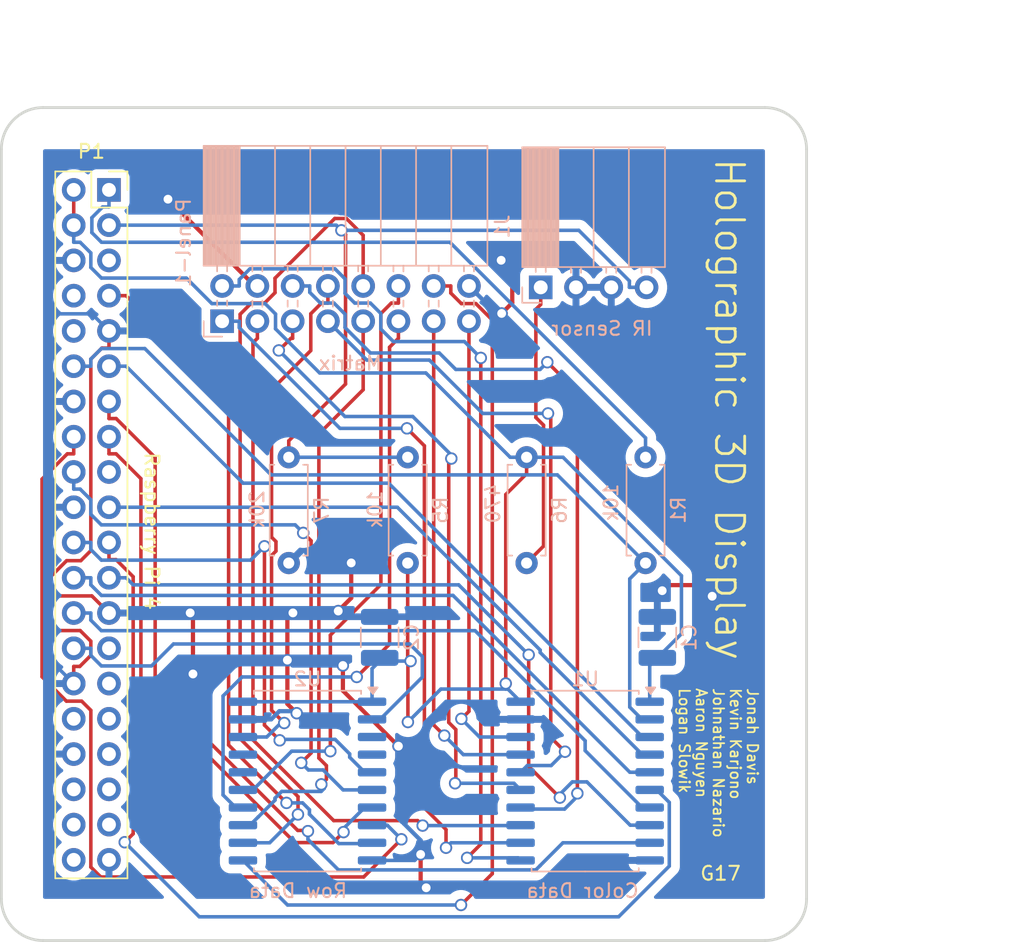
<source format=kicad_pcb>
(kicad_pcb (version 20241229) (generator "pcbnew") (generator_version "9.0")
  (layers (0 "F.Cu" signal) (2 "B.Cu" signal) (13 "F.Paste" user) (15 "B.Paste" user) (5 "F.SilkS" user "F.Silkscreen") (7 "B.SilkS" user "B.Silkscreen") (1 "F.Mask" user) (3 "B.Mask" user) (25 "Edge.Cuts" user))
  (net 0 "")
  (net 1 "VCC")
  (net 2 "GND")
  (net 3 "strobe")
  (net 4 "p0_r1")
  (net 5 "p0_g1")
  (net 6 "OE")
  (net 7 "p0_b1")
  (net 8 "p0_r2")
  (net 9 "p0_g2")
  (net 10 "row_D")
  (net 11 "row_C")
  (net 12 "p0_b2")
  (net 13 "clock")
  (net 14 "row_B")
  (net 15 "row_A")
  (net 16 "p1_g1")
  (net 17 "p1_b1")
  (net 18 "p1_r1")
  (net 19 "p1_g2")
  (net 20 "p1_r2")
  (net 21 "p1_b2")
  (net 22 "p0_r1_buff")
  (net 23 "p0_g1_buff")
  (net 24 "p0_b1_buff")
  (net 25 "p0_r2_buff")
  (net 26 "p0_g2_buff")
  (net 27 "p0_b2_buff")
  (net 28 "row_A_buff")
  (net 29 "row_B_buff")
  (net 30 "row_C_buff")
  (net 31 "row_D_buff")
  (net 32 "clock_buff_0")
  (net 33 "strobe_buff_0")
  (net 34 "OE_buff_0")
  (net 35 "spin_sync")
  (net 36 "Net-(J1-Pin_1)")
  (net 37 "UART_RX")
  (net 38 "/3v3")
  (net 39 "UART_TX")
  (net 40 "row_E_buff")
  (net 44 "row_E")
  (net 46 "Net-(P1-Pin_1)")
  (footprint "Connector_PinSocket_2.54mm:PinSocket_2x20_P2.54mm_Vertical" (layer "F.Cu") (at 129.75 65.93)
    (property "Reference" "P1")
    (property "Value" "CONN_02X20")
  )
  (footprint "Resistor_THT:R_Axial_DIN0207_L6.3mm_D2.5mm_P7.62mm_Horizontal" (layer "B.Cu") (at 159.8333 92.81 90)
    (property "Reference" "R6")
    (property "Value" "470")
  )
  (footprint "Package_SO:SOIC-20W_7.5x12.8mm_P1.27mm" (layer "B.Cu") (at 164.05 108.515 180)
    (property "Reference" "U1")
    (property "Value" "74HCT245")
  )
  (footprint "Package_SO:SOIC-20W_7.5x12.8mm_P1.27mm" (layer "B.Cu") (at 144.05 108.515 180)
    (property "Reference" "U2")
    (property "Value" "74HCT245")
  )
  (footprint "Resistor_THT:R_Axial_DIN0207_L6.3mm_D2.5mm_P7.62mm_Horizontal" (layer "B.Cu") (at 142.7 92.81 90)
    (property "Reference" "R7")
    (property "Value" "20k")
  )
  (footprint "Capacitor_SMD:C_1210_3225Metric" (layer "B.Cu") (at 169.25 98.165 90)
    (property "Reference" "C1")
    (property "Value" "100n")
  )
  (footprint "Connector_PinSocket_2.54mm:PinSocket_2x08_P2.54mm_Horizontal" (layer "B.Cu") (at 137.9 75.39 -90)
    (property "Reference" "Panel-1")
    (property "Value" "CONN_02X08")
  )
  (footprint "Resistor_THT:R_Axial_DIN0207_L6.3mm_D2.5mm_P7.62mm_Horizontal" (layer "B.Cu") (at 168.4 92.81 90)
    (property "Reference" "R1")
    (property "Value" "10k")
  )
  (footprint "Connector_PinSocket_2.54mm:PinSocket_1x04_P2.54mm_Horizontal" (layer "B.Cu") (at 160.85 72.95 -90)
    (property "Reference" "J1")
    (property "Value" "IR_Sensor_Socket")
  )
  (footprint "Capacitor_SMD:C_1210_3225Metric" (layer "B.Cu") (at 149.25 98.165 90)
    (property "Reference" "C2")
    (property "Value" "100n")
  )
  (footprint "Resistor_THT:R_Axial_DIN0207_L6.3mm_D2.5mm_P7.62mm_Horizontal" (layer "B.Cu") (at 151.2667 92.81 90)
    (property "Reference" "R5")
    (property "Value" "10k")
  )
  (gr_arc (start 180 117) (mid 179.12132 119.12132) (end 177 120) (stroke (width 0.2)) (layer "Edge.Cuts"))
  (gr_arc (start 122 63) (mid 122.87868 60.87868) (end 125 60) (stroke (width 0.2)) (layer "Edge.Cuts"))
  (gr_line (start 180 117) (end 180 63) (stroke (width 0.2)) (layer "Edge.Cuts"))
  (gr_arc (start 125 120) (mid 122.87868 119.12132) (end 122 117) (stroke (width 0.2)) (layer "Edge.Cuts"))
  (gr_line (start 177 60) (end 125 60) (stroke (width 0.2)) (layer "Edge.Cuts"))
  (gr_arc (start 177 60) (mid 179.12132 60.87868) (end 180 63) (stroke (width 0.2)) (layer "Edge.Cuts"))
  (gr_line (start 125 120) (end 177 120) (stroke (width 0.2)) (layer "Edge.Cuts"))
  (gr_line (start 122 63) (end 122 117) (stroke (width 0.2)) (layer "Edge.Cuts"))
  (gr_text "Jonah Davis\nKevin Karjono\nJohnathan Nazario\nAaron Nguyen\nLogan Slowik" (at 170.75 101.75 270) (layer "F.SilkS") (effects (font (size 0.762 0.762) (thickness 0.127) (bold yes)) (justify left bottom)))
  (gr_text "Raspberry Pi 4" (at 132.25 84.75 270) (layer "F.SilkS") (effects (font (size 1 1)) (justify left bottom)))
  (gr_text "Holographic 3D Display" (at 173.25 63.5 270) (layer "F.SilkS") (effects (font (size 2.032 2.032) (thickness 0.2032)) (justify left bottom)))
  (gr_text "G17" (at 172.25 115.75 0) (layer "F.SilkS") (effects (font (size 1 1)) (justify left bottom)))
  (gr_text "Color Data" (at 168 117 0) (layer "B.SilkS") (effects (font (size 1 1)) (justify left bottom mirror)))
  (gr_text "20k" (at 141 87.5 90) (layer "B.SilkS") (effects (font (size 1 1)) (justify left bottom mirror)))
  (gr_text "IR Sensor" (at 169 76.5 0) (layer "B.SilkS") (effects (font (size 1 1)) (justify left bottom mirror)))
  (gr_text "10k" (at 166.5 87 90) (layer "B.SilkS") (effects (font (size 1 1)) (justify left bottom mirror)))
  (gr_text "10k" (at 149.5 87.5 90) (layer "B.SilkS") (effects (font (size 1 1)) (justify left bottom mirror)))
  (gr_text "Matrix" (at 149.5 79 0) (layer "B.SilkS") (effects (font (size 1 1)) (justify left bottom mirror)))
  (gr_text "470" (at 158 87 90) (layer "B.SilkS") (effects (font (size 1 1)) (justify left bottom mirror)))
  (gr_text "Row Data" (at 147 117 0) (layer "B.SilkS") (effects (font (size 1 1)) (justify left bottom mirror)))
  (segment (start 159.8333 85.19) (end 159.8333 86.3727) (width 0.254) (layer "F.Cu") (net 1))
  (segment (start 159.8333 86.3727) (end 158.3303 87.8757) (width 0.254) (layer "F.Cu") (net 1))
  (segment (start 151.4736 99.8712) (end 151.2829 100.0619) (width 0.254) (layer "F.Cu") (net 1))
  (segment (start 151.4736 99.8712) (end 151.2667 99.6643) (width 0.254) (layer "F.Cu") (net 1))
  (segment (start 151.2829 100.0619) (end 151.2829 104.2617) (width 0.254) (layer "F.Cu") (net 1))
  (segment (start 151.2667 99.6643) (end 151.2667 92.81) (width 0.254) (layer "F.Cu") (net 1))
  (segment (start 158.3303 87.8757) (end 158.3303 101.4871) (width 0.254) (layer "F.Cu") (net 1))
  (segment (start 127.21 68.47) (end 127.21 65.93) (width 0.254) (layer "F.Cu") (net 1))
  (via (at 158.3303 101.4871) (size 0.889) (drill 0.635) (layers "F.Cu" "B.Cu") (net 1))
  (via (at 151.4736 99.8712) (size 0.889) (drill 0.635) (layers "F.Cu" "B.Cu") (net 1))
  (via (at 151.2829 104.2617) (size 0.889) (drill 0.635) (layers "F.Cu" "B.Cu") (net 1))
  (segment (start 129.2039 72.2815) (end 128.4427 71.5203) (width 0.254) (layer "B.Cu") (net 1))
  (segment (start 158.6506 85.19) (end 152.5788 79.1182) (width 0.254) (layer "B.Cu") (net 1))
  (segment (start 149.25 99.64) (end 149.25 99.8712) (width 0.254) (layer "B.Cu") (net 1))
  (segment (start 128.4427 70.473) (end 127.6724 69.7027) (width 0.254) (layer "B.Cu") (net 1))
  (segment (start 148.7 102.8) (end 148.7 100.4212) (width 0.254) (layer "B.Cu") (net 1))
  (segment (start 152.5788 79.1182) (end 144.9272 79.1182) (width 0.254) (layer "B.Cu") (net 1))
  (segment (start 159.8333 85.19) (end 158.6506 85.19) (width 0.254) (layer "B.Cu") (net 1))
  (segment (start 128.4427 71.5203) (end 128.4427 70.473) (width 0.254) (layer "B.Cu") (net 1))
  (segment (start 148.7 102.8) (end 139.4 102.8) (width 0.254) (layer "B.Cu") (net 1))
  (segment (start 144.9272 79.1182) (end 141.7473 75.9383) (width 0.254) (layer "B.Cu") (net 1))
  (segment (start 148.7 100.4212) (end 149.25 99.8712) (width 0.254) (layer "B.Cu") (net 1))
  (segment (start 168.7 100.19) (end 169.25 99.64) (width 0.254) (layer "B.Cu") (net 1))
  (segment (start 153.6584 101.8862) (end 158.3303 101.8862) (width 0.254) (layer "B.Cu") (net 1))
  (segment (start 170.9864 93.7199) (end 162.4565 85.19) (width 0.254) (layer "B.Cu") (net 1))
  (segment (start 149.25 99.8712) (end 151.4736 99.8712) (width 0.254) (layer "B.Cu") (net 1))
  (segment (start 137.1596 74.1201) (end 135.321 72.2815) (width 0.254) (layer "B.Cu") (net 1))
  (segment (start 169.25 99.64) (end 170.9864 97.9036) (width 0.254) (layer "B.Cu") (net 1))
  (segment (start 127.21 68.47) (end 127.21 69.7027) (width 0.254) (layer "B.Cu") (net 1))
  (segment (start 158.3303 101.4871) (end 158.3303 101.8862) (width 0.254) (layer "B.Cu") (net 1))
  (segment (start 168.7 102.8) (end 168.7 100.19) (width 0.254) (layer "B.Cu") (net 1))
  (segment (start 141.7473 74.8702) (end 140.9972 74.1201) (width 0.254) (layer "B.Cu") (net 1))
  (segment (start 127.6724 69.7027) (end 127.21 69.7027) (width 0.254) (layer "B.Cu") (net 1))
  (segment (start 162.4565 85.19) (end 159.8333 85.19) (width 0.254) (layer "B.Cu") (net 1))
  (segment (start 141.7473 75.9383) (end 141.7473 74.8702) (width 0.254) (layer "B.Cu") (net 1))
  (segment (start 158.3303 101.8862) (end 158.4862 101.8862) (width 0.254) (layer "B.Cu") (net 1))
  (segment (start 135.321 72.2815) (end 129.2039 72.2815) (width 0.254) (layer "B.Cu") (net 1))
  (segment (start 158.4862 101.8862) (end 159.4 102.8) (width 0.254) (layer "B.Cu") (net 1))
  (segment (start 140.9972 74.1201) (end 137.1596 74.1201) (width 0.254) (layer "B.Cu") (net 1))
  (segment (start 170.9864 97.9036) (end 170.9864 93.7199) (width 0.254) (layer "B.Cu") (net 1))
  (segment (start 151.2829 104.2617) (end 153.6584 101.8862) (width 0.254) (layer "B.Cu") (net 1))
  (segment (start 152.2 116.2) (end 152.6 116.2) (width 0.3048) (layer "F.Cu") (net 2))
  (segment (start 128.4427 98.4394) (end 127.6775 97.6742) (width 0.254) (layer "F.Cu") (net 2))
  (segment (start 128.4427 99.4606) (end 128.4427 98.4394) (width 0.254) (layer "F.Cu") (net 2))
  (segment (start 158.8 74.065409) (end 158.8 71.6) (width 0.3048) (layer "F.Cu") (net 2))
  (segment (start 135.6 96.4) (end 135.8 96.6) (width 0.3048) (layer "F.Cu") (net 2))
  (segment (start 142.6 99.8) (end 142.6 96.8) (width 0.3048) (layer "F.Cu") (net 2))
  (segment (start 169.6 94.8) (end 170 94.4) (width 0.3048) (layer "F.Cu") (net 2))
  (segment (start 125.4676 95.5) (end 125.4676 93.8691) (width 0.254) (layer "F.Cu") (net 2))
  (segment (start 142.6 96.8) (end 143 96.4) (width 0.3048) (layer "F.Cu") (net 2))
  (segment (start 143.271574 103.6255) (end 142.6 102.953926) (width 0.3048) (layer "F.Cu") (net 2))
  (segment (start 150.6 106) (end 146.6 102) (width 0.3048) (layer "F.Cu") (net 2))
  (segment (start 127.646 100.2573) (end 128.4427 99.4606) (width 0.254) (layer "F.Cu") (net 2))
  (segment (start 126.6994 92.6373) (end 127.7209 92.6373) (width 0.254) (layer "F.Cu") (net 2))
  (segment (start 127.21 101.49) (end 127.21 100.2573) (width 0.254) (layer "F.Cu") (net 2))
  (segment (start 146.6 102) (end 146.6 100.1901) (width 0.3048) (layer "F.Cu") (net 2))
  (segment (start 142.6 102.953926) (end 142.6 99.8) (width 0.3048) (layer "F.Cu") (net 2))
  (segment (start 125.4676 93.8691) (end 126.6994 92.6373) (width 0.254) (layer "F.Cu") (net 2))
  (segment (start 172.8 94.4) (end 172.8 94.8) (width 0.3048) (layer "F.Cu") (net 2))
  (segment (start 140.44 72.85) (end 140.25 72.85) (width 0.3048) (layer "F.Cu") (net 2))
  (segment (start 135.8 96.6) (end 135.8 100.8) (width 0.3048) (layer "F.Cu") (net 2))
  (segment (start 147.2 95.329266) (end 146.264633 96.264633) (width 0.3048) (layer "F.Cu") (net 2))
  (segment (start 127.7209 92.6373) (end 128.4427 91.9155) (width 0.254) (layer "F.Cu") (net 2))
  (segment (start 125.7896 95.178) (end 125.4676 95.5) (width 0.254) (layer "F.Cu") (net 2))
  (segment (start 125.9658 97.6742) (end 125.4676 97.176) (width 0.254) (layer "F.Cu") (net 2))
  (segment (start 128.518 95.178) (end 125.7896 95.178) (width 0.254) (layer "F.Cu") (net 2))
  (segment (start 125.4676 97.176) (end 125.4676 95.5) (width 0.254) (layer "F.Cu") (net 2))
  (segment (start 129.75 76.09) (end 129.75 77.3227) (width 0.254) (layer "F.Cu") (net 2))
  (segment (start 158.036067 74.829342) (end 158.8 74.065409) (width 0.3048) (layer "F.Cu") (net 2))
  (segment (start 152.2 113.8) (end 152.2 116.2) (width 0.3048) (layer "F.Cu") (net 2))
  (segment (start 127.6775 97.6742) (end 125.9658 97.6742) (width 0.254) (layer "F.Cu") (net 2))
  (segment (start 158.8 71.6) (end 158.2 71) (width 0.3048) (layer "F.Cu") (net 2))
  (segment (start 158.2 71) (end 158 71) (width 0.3048) (layer "F.Cu") (net 2))
  (segment (start 129.75 96.41) (end 128.518 95.178) (width 0.254) (layer "F.Cu") (net 2))
  (segment (start 140.25 72.85) (end 134 66.6) (width 0.3048) (layer "F.Cu") (net 2))
  (segment (start 170 94.4) (end 172.8 94.4) (width 0.3048) (layer "F.Cu") (net 2))
  (segment (start 127.21 100.2573) (end 127.646 100.2573) (width 0.254) (layer "F.Cu") (net 2))
  (segment (start 128.4427 78.1192) (end 129.2392 77.3227) (width 0.254) (layer "F.Cu") (net 2))
  (segment (start 172.8 94.8) (end 173.2 95.2) (width 0.3048) (layer "F.Cu") (net 2))
  (segment (start 128.4427 91.9155) (end 128.4427 78.1192) (width 0.254) (layer "F.Cu") (net 2))
  (segment (start 147.2 92.8) (end 147.2 95.329266) (width 0.3048) (layer "F.Cu") (net 2))
  (segment (start 129.2392 77.3227) (end 129.75 77.3227) (width 0.254) (layer "F.Cu") (net 2))
  (via (at 169.6 94.8) (size 0.889) (drill 0.635) (layers "F.Cu" "B.Cu") (net 2))
  (via (at 146.264633 96.264633) (size 0.889) (drill 0.635) (layers "F.Cu" "B.Cu") (net 2))
  (via (at 146.6 100.1901) (size 0.889) (drill 0.635) (layers "F.Cu" "B.Cu") (net 2))
  (via (at 143 96.4) (size 0.889) (drill 0.635) (layers "F.Cu" "B.Cu") (net 2))
  (via (at 150.6 106) (size 0.889) (drill 0.635) (layers "F.Cu" "B.Cu") (net 2))
  (via (at 158 71) (size 0.889) (drill 0.635) (layers "F.Cu" "B.Cu") (net 2))
  (via (at 152.2 113.8) (size 0.889) (drill 0.635) (layers "F.Cu" "B.Cu") (net 2))
  (via (at 173.2 95.2) (size 0.889) (drill 0.635) (layers "F.Cu" "B.Cu") (net 2))
  (via (at 135.6 96.4) (size 0.889) (drill 0.635) (layers "F.Cu" "B.Cu") (net 2))
  (via (at 143.271574 103.6255) (size 0.889) (drill 0.635) (layers "F.Cu" "B.Cu") (net 2))
  (via (at 142.6 99.8) (size 0.889) (drill 0.635) (layers "F.Cu" "B.Cu") (net 2))
  (via (at 134 66.6) (size 0.889) (drill 0.635) (layers "F.Cu" "B.Cu") (net 2))
  (via (at 158.036067 74.829342) (size 0.889) (drill 0.635) (layers "F.Cu" "B.Cu") (net 2))
  (via (at 152.6 116.2) (size 0.889) (drill 0.635) (layers "F.Cu" "B.Cu") (net 2))
  (via (at 135.8 100.8) (size 0.889) (drill 0.635) (layers "F.Cu" "B.Cu") (net 2))
  (via (at 147.2 92.8) (size 0.889) (drill 0.635) (layers "F.Cu" "B.Cu") (net 2))
  (segment (start 142.020831 103.4809) (end 143.126974 103.4809) (width 0.3048) (layer "B.Cu") (net 2))
  (segment (start 135.4 96.2) (end 135.6 96.4) (width 0.3048) (layer "B.Cu") (net 2))
  (segment (start 151.77 114.23) (end 152.2 113.8) (width 0.254) (layer "B.Cu") (net 2))
  (segment (start 152.2 113.8) (end 152.2 112.781869) (width 0.3048) (layer "B.Cu") (net 2))
  (segment (start 169.4 94.6) (end 169.6 94.8) (width 0.3048) (layer "B.Cu") (net 2))
  (segment (start 146.264633 96.264633) (end 145.735367 96.264633) (width 0.3048) (layer "B.Cu") (net 2))
  (segment (start 146.6 100.1901) (end 142.9901 100.1901) (width 0.3048) (layer "B.Cu") (net 2))
  (segment (start 125.75 100) (end 125.75 100.03) (width 0.254) (layer "B.Cu") (net 2))
  (segment (start 128.518 74.858) (end 125.642 74.858) (width 0.254) (layer "B.Cu") (net 2))
  (segment (start 169.2 94.6) (end 169.4 94.6) (width 0.3048) (layer "B.Cu") (net 2))
  (segment (start 148.7 114.23) (end 151.77 114.23) (width 0.254) (layer "B.Cu") (net 2))
  (segment (start 152.2 112.781869) (end 151 111.581869) (width 0.3048) (layer "B.Cu") (net 2))
  (segment (start 147.2 92.2) (end 147.2 92.8) (width 0.3048) (layer "B.Cu") (net 2))
  (segment (start 135.2 96.2) (end 135.4 96.2) (width 0.3048) (layer "B.Cu") (net 2))
  (segment (start 127.21 101.49) (end 125.75 100.03) (width 0.254) (layer "B.Cu") (net 2))
  (segment (start 145.735367 96.264633) (end 145.6 96.4) (width 0.3048) (layer "B.Cu") (net 2))
  (segment (start 151 111.2) (end 151 110.6) (width 0.3048) (layer "B.Cu") (net 2))
  (segment (start 151 111.581869) (end 151 111.2) (width 0.3048) (layer "B.Cu") (net 2))
  (segment (start 139.4 104.07) (end 141.431731 104.07) (width 0.3048) (layer "B.Cu") (net 2))
  (segment (start 125.642 74.858) (end 125.25 75.25) (width 0.254) (layer "B.Cu") (net 2))
  (segment (start 152.2 113.6) (end 152.2 113.8) (width 0.3048) (layer "B.Cu") (net 2))
  (segment (start 158.036067 74.829342) (end 157.659342 74.829342) (width 0.3048) (layer "B.Cu") (net 2))
  (segment (start 157.659342 74.829342) (end 155.68 72.85) (width 0.3048) (layer "B.Cu") (net 2))
  (segment (start 141.431731 104.07) (end 142.020831 103.4809) (width 0.3048) (layer "B.Cu") (net 2))
  (segment (start 142.9901 100.1901) (end 142.6 99.8) (width 0.3048) (layer "B.Cu") (net 2))
  (segment (start 129.75 76.09) (end 128.518 74.858) (width 0.254) (layer "B.Cu") (net 2))
  (segment (start 143.126974 103.4809) (end 143.271574 103.6255) (width 0.3048) (layer "B.Cu") (net 2))
  (segment (start 151.2 106) (end 150.6 106) (width 0.3048) (layer "B.Cu") (net 2))
  (segment (start 142.5368 110.0877) (end 138.3672 105.9181) (width 0.254) (layer "F.Cu") (net 3))
  (segment (start 138.3672 105.9181) (end 138.3672 80.9345) (width 0.254) (layer "F.Cu") (net 3))
  (segment (start 129.75 73.55) (end 130.9827 73.55) (width 0.254) (layer "F.Cu") (net 3))
  (segment (start 138.3672 80.9345) (end 130.9827 73.55) (width 0.254) (layer "F.Cu") (net 3))
  (via (at 142.5368 110.0877) (size 0.889) (drill 0.635) (layers "F.Cu" "B.Cu") (net 3))
  (segment (start 148.7 112.96) (end 148.6423 113.0177) (width 0.254) (layer "B.Cu") (net 3))
  (segment (start 144.1903 110.577) (end 143.701 110.0877) (width 0.254) (layer "B.Cu") (net 3))
  (segment (start 144.1903 110.904) (end 144.1903 110.577) (width 0.254) (layer "B.Cu") (net 3))
  (segment (start 148.6423 113.0177) (end 146.304 113.0177) (width 0.254) (layer "B.Cu") (net 3))
  (segment (start 143.701 110.0877) (end 142.5368 110.0877) (width 0.254) (layer "B.Cu") (net 3))
  (segment (start 146.304 113.0177) (end 144.1903 110.904) (width 0.254) (layer "B.Cu") (net 3))
  (segment (start 159.982 107.4584) (end 159.982 99.4208) (width 0.254) (layer "F.Cu") (net 4))
  (segment (start 162.228 109.7044) (end 159.982 107.4584) (width 0.254) (layer "F.Cu") (net 4))
  (via (at 162.228 109.7044) (size 0.889) (drill 0.635) (layers "F.Cu" "B.Cu") (net 4))
  (via (at 159.982 99.4208) (size 0.889) (drill 0.635) (layers "F.Cu" "B.Cu") (net 4))
  (segment (start 154.9419 94.3807) (end 131.4934 94.3807) (width 0.254) (layer "B.Cu") (net 4))
  (segment (start 167.2932 111.69) (end 164.1774 108.5742) (width 0.254) (layer "B.Cu") (net 4))
  (segment (start 131.4934 94.3807) (end 130.9827 93.87) (width 0.254) (layer "B.Cu") (net 4))
  (segment (start 163.1224 108.5742) (end 162.228 109.4686) (width 0.254) (layer "B.Cu") (net 4))
  (segment (start 162.228 109.4686) (end 162.228 109.7044) (width 0.254) (layer "B.Cu") (net 4))
  (segment (start 164.1774 108.5742) (end 163.1224 108.5742) (width 0.254) (layer "B.Cu") (net 4))
  (segment (start 159.982 99.4208) (end 154.9419 94.3807) (width 0.254) (layer "B.Cu") (net 4))
  (segment (start 168.7 111.69) (end 167.2932 111.69) (width 0.254) (layer "B.Cu") (net 4))
  (segment (start 129.75 93.87) (end 130.9827 93.87) (width 0.254) (layer "B.Cu") (net 4))
  (segment (start 130.2699 82.4027) (end 129.75 82.4027) (width 0.254) (layer "F.Cu") (net 5))
  (segment (start 133.0764 101.8028) (end 133.0764 85.2092) (width 0.254) (layer "F.Cu") (net 5))
  (segment (start 129.75 82.4027) (end 129.75 81.17) (width 0.254) (layer "F.Cu") (net 5))
  (segment (start 144.0823 112.1203) (end 144.0318 112.0698) (width 0.254) (layer "F.Cu") (net 5))
  (segment (start 133.0764 85.2092) (end 130.2699 82.4027) (width 0.254) (layer "F.Cu") (net 5))
  (segment (start 143.3434 112.0698) (end 133.0764 101.8028) (width 0.254) (layer "F.Cu") (net 5))
  (segment (start 144.0318 112.0698) (end 143.3434 112.0698) (width 0.254) (layer "F.Cu") (net 5))
  (via (at 144.0823 112.1203) (size 0.889) (drill 0.635) (layers "F.Cu" "B.Cu") (net 5))
  (segment (start 160.499518 114.912) (end 160.807 114.604518) (width 0.254) (layer "B.Cu") (net 5))
  (segment (start 144.0823 112.7177) (end 146.2779 114.9133) (width 0.254) (layer "B.Cu") (net 5))
  (segment (start 160.4959 114.9133) (end 160.4972 114.912) (width 0.254) (layer "B.Cu") (net 5))
  (segment (start 160.807 114.604518) (end 160.807 114.6022) (width 0.254) (layer "B.Cu") (net 5))
  (segment (start 162.4492 112.96) (end 168.7 112.96) (width 0.254) (layer "B.Cu") (net 5))
  (segment (start 146.2779 114.9133) (end 160.4959 114.9133) (width 0.254) (layer "B.Cu") (net 5))
  (segment (start 144.0823 112.1203) (end 144.0823 112.7177) (width 0.254) (layer "B.Cu") (net 5))
  (segment (start 160.807 114.6022) (end 162.4492 112.96) (width 0.254) (layer "B.Cu") (net 5))
  (segment (start 160.4972 114.912) (end 160.499518 114.912) (width 0.254) (layer "B.Cu") (net 5))
  (segment (start 129.2019 77.36) (end 132.332 77.36) (width 0.254) (layer "B.Cu") (net 6))
  (segment (start 127.21 78.63) (end 128.4427 78.63) (width 0.254) (layer "B.Cu") (net 6))
  (segment (start 168.4 92.81) (end 167.262 93.948) (width 0.254) (layer "B.Cu") (net 6))
  (segment (start 132.332 77.36) (end 141.4326 86.4606) (width 0.254) (layer "B.Cu") (net 6))
  (segment (start 141.4326 86.4606) (end 162.0506 86.4606) (width 0.254) (layer "B.Cu") (net 6))
  (segment (start 128.4427 78.1192) (end 129.2019 77.36) (width 0.254) (layer "B.Cu") (net 6))
  (segment (start 162.0506 86.4606) (end 168.4 92.81) (width 0.254) (layer "B.Cu") (net 6))
  (segment (start 168.1445 104.07) (end 168.7 104.07) (width 0.254) (layer "B.Cu") (net 6))
  (segment (start 167.262 103.1875) (end 168.1445 104.07) (width 0.254) (layer "B.Cu") (net 6))
  (segment (start 128.4427 78.63) (end 128.4427 78.1192) (width 0.254) (layer "B.Cu") (net 6))
  (segment (start 167.262 93.948) (end 167.262 103.1875) (width 0.254) (layer "B.Cu") (net 6))
  (segment (start 156.1201 97.6815) (end 129.2034 97.6815) (width 0.254) (layer "B.Cu") (net 7))
  (segment (start 129.2034 97.6815) (end 128.4427 96.9208) (width 0.254) (layer "B.Cu") (net 7))
  (segment (start 128.4427 96.9208) (end 128.4427 96.41) (width 0.254) (layer "B.Cu") (net 7))
  (segment (start 127.21 96.41) (end 128.4427 96.41) (width 0.254) (layer "B.Cu") (net 7))
  (segment (start 168.7 110.42) (end 168.1502 110.42) (width 0.254) (layer "B.Cu") (net 7))
  (segment (start 168.1502 110.42) (end 164.05 106.3198) (width 0.254) (layer "B.Cu") (net 7))
  (segment (start 164.05 105.6114) (end 156.1201 97.6815) (width 0.254) (layer "B.Cu") (net 7))
  (segment (start 164.05 106.3198) (end 164.05 105.6114) (width 0.254) (layer "B.Cu") (net 7))
  (segment (start 154.5341 95.1427) (end 167.2714 107.88) (width 0.254) (layer "B.Cu") (net 8))
  (segment (start 128.4427 93.87) (end 128.4427 94.3808) (width 0.254) (layer "B.Cu") (net 8))
  (segment (start 128.4427 94.3808) (end 129.2046 95.1427) (width 0.254) (layer "B.Cu") (net 8))
  (segment (start 129.2046 95.1427) (end 154.5341 95.1427) (width 0.254) (layer "B.Cu") (net 8))
  (segment (start 127.21 93.87) (end 128.4427 93.87) (width 0.254) (layer "B.Cu") (net 8))
  (segment (start 167.2714 107.88) (end 168.7 107.88) (width 0.254) (layer "B.Cu") (net 8))
  (segment (start 129.75 91.33) (end 129.75 92.5627) (width 0.254) (layer "F.Cu") (net 9))
  (segment (start 131.4924 93.7943) (end 130.2608 92.5627) (width 0.254) (layer "F.Cu") (net 9))
  (segment (start 131.4924 112.3108) (end 131.4924 93.7943) (width 0.254) (layer "F.Cu") (net 9))
  (segment (start 130.2608 92.5627) (end 129.75 92.5627) (width 0.254) (layer "F.Cu") (net 9))
  (segment (start 130.8832 112.92) (end 131.4924 112.3108) (width 0.254) (layer "F.Cu") (net 9))
  (via (at 130.8832 112.92) (size 0.889) (drill 0.635) (layers "F.Cu" "B.Cu") (net 9))
  (segment (start 168.7 109.15) (end 169.2093 109.15) (width 0.254) (layer "B.Cu") (net 9))
  (segment (start 166.4573 118.2923) (end 136.2555 118.2923) (width 0.254) (layer "B.Cu") (net 9))
  (segment (start 136.2555 118.2923) (end 130.8832 112.92) (width 0.254) (layer "B.Cu") (net 9))
  (segment (start 169.2093 109.15) (end 170.111 110.0517) (width 0.254) (layer "B.Cu") (net 9))
  (segment (start 170.111 110.0517) (end 170.111 114.6386) (width 0.254) (layer "B.Cu") (net 9))
  (segment (start 170.111 114.6386) (end 166.4573 118.2923) (width 0.254) (layer "B.Cu") (net 9))
  (segment (start 140.9504 104.4849) (end 140.9504 91.6049) (width 0.254) (layer "F.Cu") (net 10))
  (segment (start 142.0461 105.5806) (end 140.9504 104.4849) (width 0.254) (layer "F.Cu") (net 10))
  (via (at 142.0461 105.5806) (size 0.889) (drill 0.635) (layers "F.Cu" "B.Cu") (net 10))
  (via (at 140.9504 91.6049) (size 0.889) (drill 0.635) (layers "F.Cu" "B.Cu") (net 10))
  (segment (start 147.0886 106.801) (end 147.0886 106.5595) (width 0.254) (layer "B.Cu") (net 10))
  (segment (start 147.0886 106.5595) (end 146.0425 105.5134) (width 0.254) (layer "B.Cu") (net 10))
  (segment (start 129.2019 92.6) (end 128.4427 91.8408) (width 0.254) (layer "B.Cu") (net 10))
  (segment (start 148.1676 107.88) (end 147.0886 106.801) (width 0.254) (layer "B.Cu") (net 10))
  (segment (start 140.9504 91.6049) (end 139.9553 92.6) (width 0.254) (layer "B.Cu") (net 10))
  (segment (start 142.1133 105.5134) (end 142.0461 105.5806) (width 0.254) (layer "B.Cu") (net 10))
  (segment (start 139.9553 92.6) (end 129.2019 92.6) (width 0.254) (layer "B.Cu") (net 10))
  (segment (start 146.0425 105.5134) (end 142.1133 105.5134) (width 0.254) (layer "B.Cu") (net 10))
  (segment (start 127.21 91.33) (end 128.4427 91.33) (width 0.254) (layer "B.Cu") (net 10))
  (segment (start 148.7 107.88) (end 148.1676 107.88) (width 0.254) (layer "B.Cu") (net 10))
  (segment (start 128.4427 91.8408) (end 128.4427 91.33) (width 0.254) (layer "B.Cu") (net 10))
  (segment (start 143.6 107.2) (end 144.3073 106.4927) (width 0.254) (layer "F.Cu") (net 11))
  (segment (start 144.3073 106.4927) (end 144.3073 91.203) (width 0.254) (layer "F.Cu") (net 11))
  (segment (start 144.3073 91.203) (end 143.7435 90.6392) (width 0.254) (layer "F.Cu") (net 11))
  (via (at 143.7435 90.6392) (size 0.889) (drill 0.635) (layers "F.Cu" "B.Cu") (net 11))
  (via (at 143.6 107.2) (size 0.889) (drill 0.635) (layers "F.Cu" "B.Cu") (net 11))
  (segment (start 145.1786 107.7151) (end 146.6135 109.15) (width 0.254) (layer "B.Cu") (net 11))
  (segment (start 127.21 87.4827) (end 127.6724 87.4827) (width 0.254) (layer "B.Cu") (net 11))
  (segment (start 127.6724 87.4827) (end 128.4427 88.253) (width 0.254) (layer "B.Cu") (net 11))
  (segment (start 144.1151 107.7151) (end 145.1786 107.7151) (width 0.254) (layer "B.Cu") (net 11))
  (segment (start 146.6135 109.15) (end 148.7 109.15) (width 0.254) (layer "B.Cu") (net 11))
  (segment (start 127.21 86.25) (end 127.21 87.4827) (width 0.254) (layer "B.Cu") (net 11))
  (segment (start 128.4427 89.3003) (end 129.2024 90.06) (width 0.254) (layer "B.Cu") (net 11))
  (segment (start 143.6 107.2) (end 144.1151 107.7151) (width 0.254) (layer "B.Cu") (net 11))
  (segment (start 143.1643 90.06) (end 143.7435 90.6392) (width 0.254) (layer "B.Cu") (net 11))
  (segment (start 128.4427 88.253) (end 128.4427 89.3003) (width 0.254) (layer "B.Cu") (net 11))
  (segment (start 129.2024 90.06) (end 143.1643 90.06) (width 0.254) (layer "B.Cu") (net 11))
  (segment (start 160.8092 99.0781) (end 150.5211 88.79) (width 0.254) (layer "B.Cu") (net 12))
  (segment (start 150.5211 88.79) (end 129.75 88.79) (width 0.254) (layer "B.Cu") (net 12))
  (segment (start 160.8092 99.2488) (end 160.8092 99.0781) (width 0.254) (layer "B.Cu") (net 12))
  (segment (start 168.1704 106.61) (end 160.8092 99.2488) (width 0.254) (layer "B.Cu") (net 12))
  (segment (start 168.7 106.61) (end 168.1704 106.61) (width 0.254) (layer "B.Cu") (net 12))
  (segment (start 129.75 78.63) (end 130.9827 78.63) (width 0.254) (layer "B.Cu") (net 13))
  (segment (start 168.176 105.34) (end 149.8909 87.0549) (width 0.254) (layer "B.Cu") (net 13))
  (segment (start 149.8909 87.0549) (end 139.4076 87.0549) (width 0.254) (layer "B.Cu") (net 13))
  (segment (start 168.7 105.34) (end 168.176 105.34) (width 0.254) (layer "B.Cu") (net 13))
  (segment (start 139.4076 87.0549) (end 130.9827 78.63) (width 0.254) (layer "B.Cu") (net 13))
  (segment (start 124.9297 86.7607) (end 126.7477 84.9427) (width 0.254) (layer "F.Cu") (net 14))
  (segment (start 148.0993 115.4227) (end 129.1556 115.4227) (width 0.254) (layer "F.Cu") (net 14))
  (segment (start 128.444 114.7111) (end 128.444 103.4181) (width 0.254) (layer "F.Cu") (net 14))
  (segment (start 128.444 103.4181) (end 127.7831 102.7572) (width 0.254) (layer "F.Cu") (net 14))
  (segment (start 124.9297 101.0054) (end 124.9297 86.7607) (width 0.254) (layer "F.Cu") (net 14))
  (segment (start 129.1556 115.4227) (end 128.444 114.7111) (width 0.254) (layer "F.Cu") (net 14))
  (segment (start 150.8122 112.7098) (end 148.0993 115.4227) (width 0.254) (layer "F.Cu") (net 14))
  (segment (start 126.6815 102.7572) (end 124.9297 101.0054) (width 0.254) (layer "F.Cu") (net 14))
  (segment (start 127.21 83.71) (end 127.21 84.9427) (width 0.254) (layer "F.Cu") (net 14))
  (segment (start 127.7831 102.7572) (end 126.6815 102.7572) (width 0.254) (layer "F.Cu") (net 14))
  (segment (start 126.7477 84.9427) (end 127.21 84.9427) (width 0.254) (layer "F.Cu") (net 14))
  (via (at 150.8122 112.7098) (size 0.889) (drill 0.635) (layers "F.Cu" "B.Cu") (net 14))
  (segment (start 149.7924 111.69) (end 150.8122 112.7098) (width 0.254) (layer "B.Cu") (net 14))
  (segment (start 148.7 111.69) (end 149.7924 111.69) (width 0.254) (layer "B.Cu") (net 14))
  (segment (start 129.75 83.71) (end 129.75 84.9427) (width 0.254) (layer "F.Cu") (net 15))
  (segment (start 130.2608 84.9427) (end 129.75 84.9427) (width 0.254) (layer "F.Cu") (net 15))
  (segment (start 132.0504 86.7323) (end 130.2608 84.9427) (width 0.254) (layer "F.Cu") (net 15))
  (segment (start 143.1388 112.9458) (end 132.0504 101.8574) (width 0.254) (layer "F.Cu") (net 15))
  (segment (start 145.8913 112.9458) (end 143.1388 112.9458) (width 0.254) (layer "F.Cu") (net 15))
  (segment (start 132.0504 101.8574) (end 132.0504 86.7323) (width 0.254) (layer "F.Cu") (net 15))
  (segment (start 146.6466 112.1905) (end 145.8913 112.9458) (width 0.254) (layer "F.Cu") (net 15))
  (via (at 146.6466 112.1905) (size 0.889) (drill 0.635) (layers "F.Cu" "B.Cu") (net 15))
  (segment (start 146.6466 111.9334) (end 146.6466 112.1905) (width 0.254) (layer "B.Cu") (net 15))
  (segment (start 148.16 110.42) (end 146.6466 111.9334) (width 0.254) (layer "B.Cu") (net 15))
  (segment (start 148.7 110.42) (end 148.16 110.42) (width 0.254) (layer "B.Cu") (net 15))
  (segment (start 152.4703 84.3633) (end 151.2143 83.1073) (width 0.254) (layer "F.Cu") (net 22))
  (segment (start 154.0289 113.3168) (end 154.0289 112.0088) (width 0.254) (layer "F.Cu") (net 22))
  (segment (start 152.4703 110.4502) (end 152.4703 84.3633) (width 0.254) (layer "F.Cu") (net 22))
  (segment (start 154.0289 112.0088) (end 152.4703 110.4502) (width 0.254) (layer "F.Cu") (net 22))
  (via (at 154.0289 113.3168) (size 0.889) (drill 0.635) (layers "F.Cu" "B.Cu") (net 22))
  (via (at 151.2143 83.1073) (size 0.889) (drill 0.635) (layers "F.Cu" "B.Cu") (net 22))
  (segment (start 146.3877 83.1073) (end 151.2143 83.1073) (width 0.254) (layer "B.Cu") (net 22))
  (segment (start 154.0289 113.3168) (end 154.3857 112.96) (width 0.254) (layer "B.Cu") (net 22))
  (segment (start 139.1327 75.8523) (end 146.3877 83.1073) (width 0.254) (layer "B.Cu") (net 22))
  (segment (start 154.3857 112.96) (end 159.4 112.96) (width 0.254) (layer "B.Cu") (net 22))
  (segment (start 139.1327 75.39) (end 139.1327 75.8523) (width 0.254) (layer "B.Cu") (net 22))
  (segment (start 137.9 75.39) (end 139.1327 75.39) (width 0.254) (layer "B.Cu") (net 22))
  (segment (start 155.5483 114.0454) (end 156.5327 113.061) (width 0.254) (layer "F.Cu") (net 23))
  (segment (start 156.5327 113.061) (end 156.5327 78.034) (width 0.254) (layer "F.Cu") (net 23))
  (via (at 155.5483 114.0454) (size 0.889) (drill 0.635) (layers "F.Cu" "B.Cu") (net 23))
  (via (at 156.5327 78.034) (size 0.889) (drill 0.635) (layers "F.Cu" "B.Cu") (net 23))
  (segment (start 159.2154 114.0454) (end 159.4 114.23) (width 0.254) (layer "B.Cu") (net 23))
  (segment (start 148.5798 74.0827) (end 149.33 74.8329) (width 0.254) (layer "B.Cu") (net 23))
  (segment (start 139.1327 72.3876) (end 139.903 71.6173) (width 0.254) (layer "B.Cu") (net 23))
  (segment (start 155.5483 114.0454) (end 159.2154 114.0454) (width 0.254) (layer "B.Cu") (net 23))
  (segment (start 146.0306 71.6173) (end 146.7527 72.3394) (width 0.254) (layer "B.Cu") (net 23))
  (segment (start 139.1327 72.85) (end 139.1327 72.3876) (width 0.254) (layer "B.Cu") (net 23))
  (segment (start 147.4537 74.0827) (end 148.5798 74.0827) (width 0.254) (layer "B.Cu") (net 23))
  (segment (start 139.903 71.6173) (end 146.0306 71.6173) (width 0.254) (layer "B.Cu") (net 23))
  (segment (start 146.7527 73.3817) (end 147.4537 74.0827) (width 0.254) (layer "B.Cu") (net 23))
  (segment (start 137.9 72.85) (end 139.1327 72.85) (width 0.254) (layer "B.Cu") (net 23))
  (segment (start 150.2351 76.8561) (end 155.3548 76.8561) (width 0.254) (layer "B.Cu") (net 23))
  (segment (start 146.7527 72.3394) (end 146.7527 73.3817) (width 0.254) (layer "B.Cu") (net 23))
  (segment (start 155.3548 76.8561) (end 156.5327 78.034) (width 0.254) (layer "B.Cu") (net 23))
  (segment (start 149.33 74.8329) (end 149.33 75.951) (width 0.254) (layer "B.Cu") (net 23))
  (segment (start 149.33 75.951) (end 150.2351 76.8561) (width 0.254) (layer "B.Cu") (net 23))
  (segment (start 140.44 75.39) (end 140.44 76.6227) (width 0.254) (layer "F.Cu") (net 24))
  (segment (start 140.1232 76.9395) (end 140.1232 105.5488) (width 0.254) (layer "F.Cu") (net 24))
  (segment (start 151.9862 111.3633) (end 152.3432 111.7203) (width 0.254) (layer "F.Cu") (net 24))
  (segment (start 140.1232 105.5488) (end 145.9377 111.3633) (width 0.254) (layer "F.Cu") (net 24))
  (segment (start 140.44 76.6227) (end 140.1232 76.9395) (width 0.254) (layer "F.Cu") (net 24))
  (segment (start 145.9377 111.3633) (end 151.9862 111.3633) (width 0.254) (layer "F.Cu") (net 24))
  (via (at 152.3432 111.7203) (size 0.889) (drill 0.635) (layers "F.Cu" "B.Cu") (net 24))
  (segment (start 152.3432 111.7203) (end 159.3697 111.7203) (width 0.254) (layer "B.Cu") (net 24))
  (segment (start 159.3697 111.7203) (end 159.4 111.69) (width 0.254) (layer "B.Cu") (net 24))
  (segment (start 154.7349 108.6172) (end 154.6798 108.6723) (width 0.254) (layer "F.Cu") (net 25))
  (segment (start 142.98 75.39) (end 142.98 76.6227) (width 0.254) (layer "F.Cu") (net 25))
  (segment (start 154.41 85.282) (end 154.2236 85.4684) (width 0.254) (layer "F.Cu") (net 25))
  (segment (start 142.8562 76.6227) (end 141.9846 77.4943) (width 0.254) (layer "F.Cu") (net 25))
  (segment (start 154.2236 85.4684) (end 154.2236 104.2928) (width 0.254) (layer "F.Cu") (net 25))
  (segment (start 154.2236 104.2928) (end 154.7349 104.8041) (width 0.254) (layer "F.Cu") (net 25))
  (segment (start 154.7349 104.8041) (end 154.7349 108.6172) (width 0.254) (layer "F.Cu") (net 25))
  (segment (start 142.98 76.6227) (end 142.8562 76.6227) (width 0.254) (layer "F.Cu") (net 25))
  (via (at 154.41 85.282) (size 0.889) (drill 0.635) (layers "F.Cu" "B.Cu") (net 25))
  (via (at 154.6798 108.6723) (size 0.889) (drill 0.635) (layers "F.Cu" "B.Cu") (net 25))
  (via (at 141.9846 77.4943) (size 0.889) (drill 0.635) (layers "F.Cu" "B.Cu") (net 25))
  (segment (start 146.7442 82.2539) (end 151.6326 82.2539) (width 0.254) (layer "B.Cu") (net 25))
  (segment (start 154.6798 108.6723) (end 158.9223 108.6723) (width 0.254) (layer "B.Cu") (net 25))
  (segment (start 151.6326 82.2539) (end 154.41 85.0313) (width 0.254) (layer "B.Cu") (net 25))
  (segment (start 154.41 85.0313) (end 154.41 85.282) (width 0.254) (layer "B.Cu") (net 25))
  (segment (start 158.9223 108.6723) (end 159.4 109.15) (width 0.254) (layer "B.Cu") (net 25))
  (segment (start 141.9846 77.4943) (end 146.7442 82.2539) (width 0.254) (layer "B.Cu") (net 25))
  (segment (start 161.3268 78.3432) (end 163.4898 80.5062) (width 0.254) (layer "F.Cu") (net 26))
  (segment (start 163.4898 80.5062) (end 163.4898 109.4015) (width 0.254) (layer "F.Cu") (net 26))
  (via (at 163.4898 109.4015) (size 0.889) (drill 0.635) (layers "F.Cu" "B.Cu") (net 26))
  (via (at 161.3268 78.3432) (size 0.889) (drill 0.635) (layers "F.Cu" "B.Cu") (net 26))
  (segment (start 146.7527 74.8794) (end 145.956 74.0827) (width 0.254) (layer "B.Cu") (net 26))
  (segment (start 162.5707 110.5316) (end 163.4898 109.6125) (width 0.254) (layer "B.Cu") (net 26))
  (segment (start 142.98 72.85) (end 144.2127 72.85) (width 0.254) (layer "B.Cu") (net 26))
  (segment (start 144.983 74.0827) (end 144.2127 73.3124) (width 0.254) (layer "B.Cu") (net 26))
  (segment (start 146.7527 75.8472) (end 146.7527 74.8794) (width 0.254) (layer "B.Cu") (net 26))
  (segment (start 159.5116 110.5316) (end 162.5707 110.5316) (width 0.254) (layer "B.Cu") (net 26))
  (segment (start 153.544 77.6781) (end 148.5836 77.6781) (width 0.254) (layer "B.Cu") (net 26))
  (segment (start 154.7287 78.8628) (end 153.544 77.6781) (width 0.254) (layer "B.Cu") (net 26))
  (segment (start 148.5836 77.6781) (end 146.7527 75.8472) (width 0.254) (layer "B.Cu") (net 26))
  (segment (start 145.956 74.0827) (end 144.983 74.0827) (width 0.254) (layer "B.Cu") (net 26))
  (segment (start 160.8072 78.8628) (end 154.7287 78.8628) (width 0.254) (layer "B.Cu") (net 26))
  (segment (start 161.3268 78.3432) (end 160.8072 78.8628) (width 0.254) (layer "B.Cu") (net 26))
  (segment (start 163.4898 109.6125) (end 163.4898 109.4015) (width 0.254) (layer "B.Cu") (net 26))
  (segment (start 159.4 110.42) (end 159.5116 110.5316) (width 0.254) (layer "B.Cu") (net 26))
  (segment (start 144.2127 73.3124) (end 144.2127 72.85) (width 0.254) (layer "B.Cu") (net 26))
  (segment (start 162.6 106.4) (end 161.5719 105.3719) (width 0.254) (layer "F.Cu") (net 27))
  (segment (start 161.5719 105.3719) (end 161.5719 82.2289) (width 0.254) (layer "F.Cu") (net 27))
  (segment (start 161.5719 82.2289) (end 161.3753 82.0323) (width 0.254) (layer "F.Cu") (net 27))
  (via (at 162.6 106.4) (size 0.889) (drill 0.635) (layers "F.Cu" "B.Cu") (net 27))
  (via (at 161.3753 82.0323) (size 0.889) (drill 0.635) (layers "F.Cu" "B.Cu") (net 27))
  (segment (start 162.6 106.4) (end 161.6042 107.3958) (width 0.254) (layer "B.Cu") (net 27))
  (segment (start 148.3178 78.1878) (end 152.8276 78.1878) (width 0.254) (layer "B.Cu") (net 27))
  (segment (start 159.8842 107.3958) (end 159.4 107.88) (width 0.254) (layer "B.Cu") (net 27))
  (segment (start 145.52 75.39) (end 148.3178 78.1878) (width 0.254) (layer "B.Cu") (net 27))
  (segment (start 156.6721 82.0323) (end 161.3753 82.0323) (width 0.254) (layer "B.Cu") (net 27))
  (segment (start 152.8276 78.1878) (end 156.6721 82.0323) (width 0.254) (layer "B.Cu") (net 27))
  (segment (start 161.6042 107.3958) (end 159.8842 107.3958) (width 0.254) (layer "B.Cu") (net 27))
  (segment (start 144.8694 83.5147) (end 148.06 80.3241) (width 0.254) (layer "F.Cu") (net 28))
  (segment (start 144.8694 106.8569) (end 144.8694 83.5147) (width 0.254) (layer "F.Cu") (net 28))
  (segment (start 148.06 80.3241) (end 148.06 75.39) (width 0.254) (layer "F.Cu") (net 28))
  (segment (start 145.048033 108.751967) (end 145.4104 108.3896) (width 0.254) (layer "F.Cu") (net 28))
  (segment (start 145.4104 107.3979) (end 144.8694 106.8569) (width 0.254) (layer "F.Cu") (net 28))
  (segment (start 145.4104 108.3896) (end 145.4104 107.3979) (width 0.254) (layer "F.Cu") (net 28))
  (via (at 145.048033 108.751967) (size 0.889) (drill 0.635) (layers "F.Cu" "B.Cu") (net 28))
  (segment (start 145.0391 109.2605) (end 142.1942 109.2605) (width 0.254) (layer "B.Cu") (net 28))
  (segment (start 140.807 110.7922) (end 140.807 110.794518) (width 0.254) (layer "B.Cu") (net 28))
  (segment (start 140.4972 111.102) (end 139.9092 111.69) (width 0.254) (layer "B.Cu") (net 28))
  (segment (start 140.499518 111.102) (end 140.4972 111.102) (width 0.254) (layer "B.Cu") (net 28))
  (segment (start 141.7096 109.7451) (end 141.7096 109.8896) (width 0.254) (layer "B.Cu") (net 28))
  (segment (start 145.048033 108.751967) (end 145.253233 108.957167) (width 0.254) (layer "B.Cu") (net 28))
  (segment (start 139.9092 111.69) (end 139.4 111.69) (width 0.254) (layer "B.Cu") (net 28))
  (segment (start 145.253233 109.046367) (end 145.0391 109.2605) (width 0.254) (layer "B.Cu") (net 28))
  (segment (start 140.807 110.794518) (end 140.499518 111.102) (width 0.254) (layer "B.Cu") (net 28))
  (segment (start 142.1942 109.2605) (end 141.7096 109.7451) (width 0.254) (layer "B.Cu") (net 28))
  (segment (start 141.7096 109.8896) (end 140.807 110.7922) (width 0.254) (layer "B.Cu") (net 28))
  (segment (start 145.253233 108.957167) (end 145.253233 109.046367) (width 0.254) (layer "B.Cu") (net 28))
  (segment (start 143.3683 109.6319) (end 143.3683 110.9145) (width 0.254) (layer "F.Cu") (net 29))
  (segment (start 139.1963 105.4599) (end 143.3683 109.6319) (width 0.254) (layer "F.Cu") (net 29))
  (segment (start 146.8491 67.9899) (end 146.0113 67.9899) (width 0.254) (layer "F.Cu") (net 29))
  (segment (start 140.9635 74.0827) (end 140.0036 74.0827) (width 0.254) (layer "F.Cu") (net 29))
  (segment (start 143.3683 110.9145) (end 143.3631 110.9197) (width 0.254) (layer "F.Cu") (net 29))
  (segment (start 140.0036 74.0827) (end 139.1963 74.89) (width 0.254) (layer "F.Cu") (net 29))
  (segment (start 141.71 72.2912) (end 141.71 73.3362) (width 0.254) (layer "F.Cu") (net 29))
  (segment (start 141.71 73.3362) (end 140.9635 74.0827) (width 0.254) (layer "F.Cu") (net 29))
  (segment (start 148.06 69.2008) (end 146.8491 67.9899) (width 0.254) (layer "F.Cu") (net 29))
  (segment (start 139.1963 74.89) (end 139.1963 105.4599) (width 0.254) (layer "F.Cu") (net 29))
  (segment (start 146.0113 67.9899) (end 141.71 72.2912) (width 0.254) (layer "F.Cu") (net 29))
  (segment (start 148.06 72.85) (end 148.06 69.2008) (width 0.254) (layer "F.Cu") (net 29))
  (via (at 143.3631 110.9197) (size 0.889) (drill 0.635) (layers "F.Cu" "B.Cu") (net 29))
  (segment (start 143.3631 110.9197) (end 141.3228 112.96) (width 0.254) (layer "B.Cu") (net 29))
  (segment (start 141.3228 112.96) (end 139.4 112.96) (width 0.254) (layer "B.Cu") (net 29))
  (segment (start 147.5962 101.0156) (end 149.9614 98.6504) (width 0.254) (layer "F.Cu") (net 30))
  (segment (start 150.6 75.39) (end 150.6 76.6227) (width 0.254) (layer "F.Cu") (net 30))
  (segment (start 149.9614 98.6504) (end 149.9614 77.2613) (width 0.254) (layer "F.Cu") (net 30))
  (segment (start 149.9614 77.2613) (end 150.6 76.6227) (width 0.254) (layer "F.Cu") (net 30))
  (via (at 147.5962 101.0156) (size 0.889) (drill 0.635) (layers "F.Cu" "B.Cu") (net 30))
  (segment (start 138.8724 110.42) (end 137.9679 109.5155) (width 0.254) (layer "B.Cu") (net 30))
  (segment (start 139.3347 101.0156) (end 147.5962 101.0156) (width 0.254) (layer "B.Cu") (net 30))
  (segment (start 137.9679 109.5155) (end 137.9679 102.3824) (width 0.254) (layer "B.Cu") (net 30))
  (segment (start 139.4 110.42) (end 138.8724 110.42) (width 0.254) (layer "B.Cu") (net 30))
  (segment (start 137.9679 102.3824) (end 139.3347 101.0156) (width 0.254) (layer "B.Cu") (net 30))
  (segment (start 145.6966 98.0001) (end 149.3375 94.3592) (width 0.254) (layer "F.Cu") (net 31))
  (segment (start 150.0892 74.0827) (end 150.6 74.0827) (width 0.254) (layer "F.Cu") (net 31))
  (segment (start 149.3375 74.8344) (end 150.0892 74.0827) (width 0.254) (layer "F.Cu") (net 31))
  (segment (start 145.6966 106.3603) (end 145.6966 98.0001) (width 0.254) (layer "F.Cu") (net 31))
  (segment (start 149.3375 94.3592) (end 149.3375 74.8344) (width 0.254) (layer "F.Cu") (net 31))
  (segment (start 150.6 72.85) (end 150.6 74.0827) (width 0.254) (layer "F.Cu") (net 31))
  (via (at 145.6966 106.3603) (size 0.889) (drill 0.635) (layers "F.Cu" "B.Cu") (net 31))
  (segment (start 140.1243 109.15) (end 142.9139 106.3604) (width 0.254) (layer "B.Cu") (net 31))
  (segment (start 142.9139 106.3604) (end 145.6966 106.3604) (width 0.254) (layer "B.Cu") (net 31))
  (segment (start 139.4 109.15) (end 140.1243 109.15) (width 0.254) (layer "B.Cu") (net 31))
  (segment (start 145.6966 106.3604) (end 145.6966 106.3603) (width 0.254) (layer "B.Cu") (net 31))
  (segment (start 153.14 104.4706) (end 153.14 75.39) (width 0.254) (layer "F.Cu") (net 32))
  (segment (start 153.9063 105.2369) (end 153.14 104.4706) (width 0.254) (layer "F.Cu") (net 32))
  (via (at 153.9063 105.2369) (size 0.889) (drill 0.635) (layers "F.Cu" "B.Cu") (net 32))
  (segment (start 155.2794 106.61) (end 159.4 106.61) (width 0.254) (layer "B.Cu") (net 32))
  (segment (start 153.9063 105.2369) (end 155.2794 106.61) (width 0.254) (layer "B.Cu") (net 32))
  (segment (start 156.1765 74.12) (end 155.1319 74.12) (width 0.254) (layer "F.Cu") (net 33))
  (segment (start 153.14 72.85) (end 154.3727 72.85) (width 0.254) (layer "F.Cu") (net 33))
  (segment (start 155.1319 74.12) (end 154.3727 73.3608) (width 0.254) (layer "F.Cu") (net 33))
  (segment (start 154.3727 73.3608) (end 154.3727 72.85) (width 0.254) (layer "F.Cu") (net 33))
  (segment (start 157.3611 115.1873) (end 157.3611 75.3046) (width 0.254) (layer "F.Cu") (net 33))
  (segment (start 157.3611 75.3046) (end 156.1765 74.12) (width 0.254) (layer "F.Cu") (net 33))
  (segment (start 155.1078 117.4406) (end 157.3611 115.1873) (width 0.254) (layer "F.Cu") (net 33))
  (via (at 155.1078 117.4406) (size 0.889) (drill 0.635) (layers "F.Cu" "B.Cu") (net 33))
  (segment (start 142.6106 117.4406) (end 155.1078 117.4406) (width 0.254) (layer "B.Cu") (net 33))
  (segment (start 139.4 114.23) (end 142.6106 117.4406) (width 0.254) (layer "B.Cu") (net 33))
  (segment (start 155.68 75.39) (end 155.68 103.4885) (width 0.254) (layer "F.Cu") (net 34))
  (segment (start 155.68 103.4885) (end 155.1347 104.0338) (width 0.254) (layer "F.Cu") (net 34))
  (via (at 155.1347 104.0338) (size 0.889) (drill 0.635) (layers "F.Cu" "B.Cu") (net 34))
  (segment (start 159.4 105.34) (end 156.4409 105.34) (width 0.254) (layer "B.Cu") (net 34))
  (segment (start 156.4409 105.34) (end 155.1347 104.0338) (width 0.254) (layer "B.Cu") (net 34))
  (segment (start 146.7901 79.9172) (end 146.7901 69.1414) (width 0.254) (layer "F.Cu") (net 35))
  (segment (start 146.7901 69.1414) (end 146.4924 68.8437) (width 0.254) (layer "F.Cu") (net 35))
  (segment (start 142.7 85.19) (end 142.7 84.0073) (width 0.254) (layer "F.Cu") (net 35))
  (segment (start 142.7 84.0073) (end 146.7901 79.9172) (width 0.254) (layer "F.Cu") (net 35))
  (via (at 146.4924 68.8437) (size 0.889) (drill 0.635) (layers "F.Cu" "B.Cu") (net 35))
  (segment (start 146.1187 68.47) (end 129.75 68.47) (width 0.254) (layer "B.Cu") (net 35))
  (segment (start 167.2373 72.95) (end 167.2373 72.4877) (width 0.254) (layer "B.Cu") (net 35))
  (segment (start 146.4924 68.8437) (end 146.1187 68.47) (width 0.254) (layer "B.Cu") (net 35))
  (segment (start 151.2667 85.19) (end 142.7 85.19) (width 0.254) (layer "B.Cu") (net 35))
  (segment (start 167.2373 72.4877) (end 163.5933 68.8437) (width 0.254) (layer "B.Cu") (net 35))
  (segment (start 163.5933 68.8437) (end 146.4924 68.8437) (width 0.254) (layer "B.Cu") (net 35))
  (segment (start 168.47 72.95) (end 167.2373 72.95) (width 0.254) (layer "B.Cu") (net 35))
  (segment (start 161.0528 91.5905) (end 159.8333 92.81) (width 0.254) (layer "F.Cu") (net 36))
  (segment (start 161.0528 82.8795) (end 161.0528 91.5905) (width 0.254) (layer "F.Cu") (net 36))
  (segment (start 160.85 74.1827) (end 160.4996 74.5331) (width 0.254) (layer "F.Cu") (net 36))
  (segment (start 160.4996 82.3263) (end 161.0528 82.8795) (width 0.254) (layer "F.Cu") (net 36))
  (segment (start 160.85 72.95) (end 160.85 74.1827) (width 0.254) (layer "F.Cu") (net 36))
  (segment (start 160.4996 74.5331) (end 160.4996 82.3263) (width 0.254) (layer "F.Cu") (net 36))
  (segment (start 144.2873 74.853) (end 145.0576 74.0827) (width 0.254) (layer "F.Cu") (net 40))
  (segment (start 141.7776 91.9476) (end 141.7776 91.2622) (width 0.254) (layer "F.Cu") (net 40))
  (segment (start 141.4607 90.9453) (end 141.4607 80.3274) (width 0.254) (layer "F.Cu") (net 40))
  (segment (start 142.3737 104.3328) (end 141.4607 103.4198) (width 0.254) (layer "F.Cu") (net 40))
  (segment (start 141.4607 80.3274) (end 144.2873 77.5008) (width 0.254) (layer "F.Cu") (net 40))
  (segment (start 145.0576 74.0827) (end 145.52 74.0827) (width 0.254) (layer "F.Cu") (net 40))
  (segment (start 141.7776 91.2622) (end 141.4607 90.9453) (width 0.254) (layer "F.Cu") (net 40))
  (segment (start 141.4607 103.4198) (end 141.4607 92.2645) (width 0.254) (layer "F.Cu") (net 40))
  (segment (start 145.52 72.85) (end 145.52 74.0827) (width 0.254) (layer "F.Cu") (net 40))
  (segment (start 141.4607 92.2645) (end 141.7776 91.9476) (width 0.254) (layer "F.Cu") (net 40))
  (segment (start 144.2873 77.5008) (end 144.2873 74.853) (width 0.254) (layer "F.Cu") (net 40))
  (via (at 142.3737 104.3328) (size 0.889) (drill 0.635) (layers "F.Cu" "B.Cu") (net 40))
  (segment (start 142.3737 104.3328) (end 142.1242 104.3328) (width 0.254) (layer "B.Cu") (net 40))
  (segment (start 142.1242 104.3328) (end 141.117 105.34) (width 0.254) (layer "B.Cu") (net 40))
  (segment (start 141.117 105.34) (end 139.4 105.34) (width 0.254) (layer "B.Cu") (net 40))
  (segment (start 134.3947 98.6395) (end 132.8142 100.22) (width 0.254) (layer "B.Cu") (net 44))
  (segment (start 128.4427 99.4608) (end 128.4427 98.95) (width 0.254) (layer "B.Cu") (net 44))
  (segment (start 132.8142 100.22) (end 129.2019 100.22) (width 0.254) (layer "B.Cu") (net 44))
  (segment (start 151.4121 98.6395) (end 134.3947 98.6395) (width 0.254) (layer "B.Cu") (net 44))
  (segment (start 127.21 98.95) (end 128.4427 98.95) (width 0.254) (layer "B.Cu") (net 44))
  (segment (start 129.2019 100.22) (end 128.4427 99.4608) (width 0.254) (layer "B.Cu") (net 44))
  (segment (start 152.3213 101.0275) (end 152.3213 99.5487) (width 0.254) (layer "B.Cu") (net 44))
  (segment (start 148.7 104.07) (end 149.2788 104.07) (width 0.254) (layer "B.Cu") (net 44))
  (segment (start 152.3213 99.5487) (end 151.4121 98.6395) (width 0.254) (layer "B.Cu") (net 44))
  (segment (start 149.2788 104.07) (end 152.3213 101.0275) (width 0.254) (layer "B.Cu") (net 44))
  (segment (start 129.2105 69.7027) (end 128.5173 69.0095) (width 0.254) (layer "B.Cu") (net 46))
  (segment (start 154.3083 69.7027) (end 129.2105 69.7027) (width 0.254) (layer "B.Cu") (net 46))
  (segment (start 129.2876 67.1627) (end 129.75 67.1627) (width 0.254) (layer "B.Cu") (net 46))
  (segment (start 128.5173 67.933) (end 129.2876 67.1627) (width 0.254) (layer "B.Cu") (net 46))
  (segment (start 168.4 83.7944) (end 154.3083 69.7027) (width 0.254) (layer "B.Cu") (net 46))
  (segment (start 129.75 65.93) (end 129.75 67.1627) (width 0.254) (layer "B.Cu") (net 46))
  (segment (start 128.5173 69.0095) (end 128.5173 67.933) (width 0.254) (layer "B.Cu") (net 46))
  (segment (start 168.4 85.19) (end 168.4 83.7944) (width 0.254) (layer "B.Cu") (net 46))
  (zone (net 2) (net_name "GND") (layer "B.Cu") (name "GND_PLANE") (connect_pads (clearance 0.635)) (min_thickness 0.25) (fill yes (thermal_gap 0.5) (thermal_bridge_width 0.5))
    (polygon (pts (xy 125 63) (xy 177 63) (xy 177 117) (xy 125 117)))
  )
)
</source>
